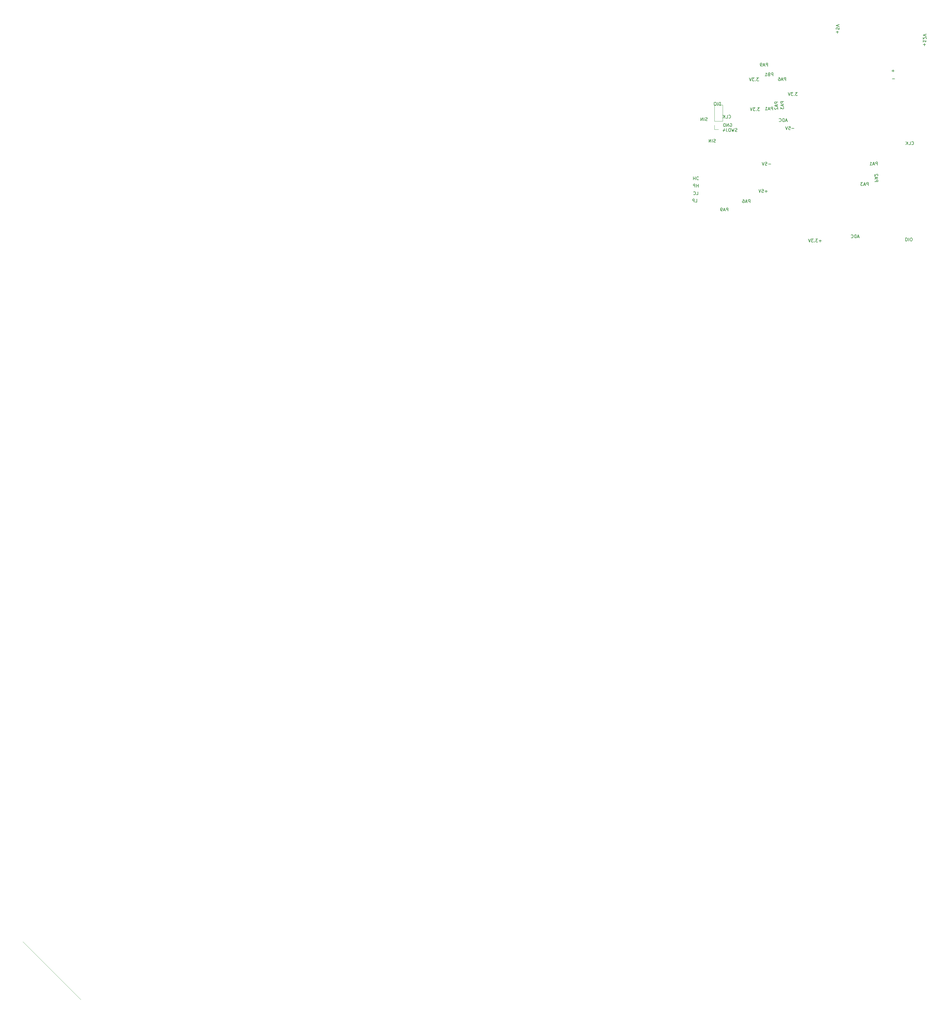
<source format=gbr>
%TF.GenerationSoftware,KiCad,Pcbnew,5.1.8-5.1.8*%
%TF.CreationDate,2022-02-25T22:11:04+08:00*%
%TF.ProjectId,lcr_2,6c63725f-322e-46b6-9963-61645f706362,rev?*%
%TF.SameCoordinates,Original*%
%TF.FileFunction,Legend,Bot*%
%TF.FilePolarity,Positive*%
%FSLAX46Y46*%
G04 Gerber Fmt 4.6, Leading zero omitted, Abs format (unit mm)*
G04 Created by KiCad (PCBNEW 5.1.8-5.1.8) date 2022-02-25 22:11:04*
%MOMM*%
%LPD*%
G01*
G04 APERTURE LIST*
%ADD10C,0.150000*%
%ADD11C,0.120000*%
G04 APERTURE END LIST*
D10*
X159392666Y-103578380D02*
X159392666Y-102578380D01*
X159011714Y-102578380D01*
X158916476Y-102626000D01*
X158868857Y-102673619D01*
X158821238Y-102768857D01*
X158821238Y-102911714D01*
X158868857Y-103006952D01*
X158916476Y-103054571D01*
X159011714Y-103102190D01*
X159392666Y-103102190D01*
X158440285Y-103292666D02*
X157964095Y-103292666D01*
X158535523Y-103578380D02*
X158202190Y-102578380D01*
X157868857Y-103578380D01*
X157630761Y-102578380D02*
X157011714Y-102578380D01*
X157345047Y-102959333D01*
X157202190Y-102959333D01*
X157106952Y-103006952D01*
X157059333Y-103054571D01*
X157011714Y-103149809D01*
X157011714Y-103387904D01*
X157059333Y-103483142D01*
X157106952Y-103530761D01*
X157202190Y-103578380D01*
X157487904Y-103578380D01*
X157583142Y-103530761D01*
X157630761Y-103483142D01*
X161461619Y-102312666D02*
X162461619Y-102312666D01*
X162461619Y-101931714D01*
X162414000Y-101836476D01*
X162366380Y-101788857D01*
X162271142Y-101741238D01*
X162128285Y-101741238D01*
X162033047Y-101788857D01*
X161985428Y-101836476D01*
X161937809Y-101931714D01*
X161937809Y-102312666D01*
X161747333Y-101360285D02*
X161747333Y-100884095D01*
X161461619Y-101455523D02*
X162461619Y-101122190D01*
X161461619Y-100788857D01*
X162366380Y-100503142D02*
X162414000Y-100455523D01*
X162461619Y-100360285D01*
X162461619Y-100122190D01*
X162414000Y-100026952D01*
X162366380Y-99979333D01*
X162271142Y-99931714D01*
X162175904Y-99931714D01*
X162033047Y-99979333D01*
X161461619Y-100550761D01*
X161461619Y-99931714D01*
X162306666Y-97060380D02*
X162306666Y-96060380D01*
X161925714Y-96060380D01*
X161830476Y-96108000D01*
X161782857Y-96155619D01*
X161735238Y-96250857D01*
X161735238Y-96393714D01*
X161782857Y-96488952D01*
X161830476Y-96536571D01*
X161925714Y-96584190D01*
X162306666Y-96584190D01*
X161354285Y-96774666D02*
X160878095Y-96774666D01*
X161449523Y-97060380D02*
X161116190Y-96060380D01*
X160782857Y-97060380D01*
X159925714Y-97060380D02*
X160497142Y-97060380D01*
X160211428Y-97060380D02*
X160211428Y-96060380D01*
X160306666Y-96203238D01*
X160401904Y-96298476D01*
X160497142Y-96346095D01*
X104408476Y-108853380D02*
X104884666Y-108853380D01*
X104884666Y-107853380D01*
X104075142Y-108853380D02*
X104075142Y-107853380D01*
X103694190Y-107853380D01*
X103598952Y-107901000D01*
X103551333Y-107948619D01*
X103503714Y-108043857D01*
X103503714Y-108186714D01*
X103551333Y-108281952D01*
X103598952Y-108329571D01*
X103694190Y-108377190D01*
X104075142Y-108377190D01*
X104762476Y-106502380D02*
X105238666Y-106502380D01*
X105238666Y-105502380D01*
X103857714Y-106407142D02*
X103905333Y-106454761D01*
X104048190Y-106502380D01*
X104143428Y-106502380D01*
X104286285Y-106454761D01*
X104381523Y-106359523D01*
X104429142Y-106264285D01*
X104476761Y-106073809D01*
X104476761Y-105930952D01*
X104429142Y-105740476D01*
X104381523Y-105645238D01*
X104286285Y-105550000D01*
X104143428Y-105502380D01*
X104048190Y-105502380D01*
X103905333Y-105550000D01*
X103857714Y-105597619D01*
X105389714Y-104095380D02*
X105389714Y-103095380D01*
X105389714Y-103571571D02*
X104818285Y-103571571D01*
X104818285Y-104095380D02*
X104818285Y-103095380D01*
X104342095Y-104095380D02*
X104342095Y-103095380D01*
X103961142Y-103095380D01*
X103865904Y-103143000D01*
X103818285Y-103190619D01*
X103770666Y-103285857D01*
X103770666Y-103428714D01*
X103818285Y-103523952D01*
X103865904Y-103571571D01*
X103961142Y-103619190D01*
X104342095Y-103619190D01*
X103809285Y-100746619D02*
X103809285Y-101746619D01*
X103809285Y-101270428D02*
X104380714Y-101270428D01*
X104380714Y-100746619D02*
X104380714Y-101746619D01*
X105428333Y-100841857D02*
X105380714Y-100794238D01*
X105237857Y-100746619D01*
X105142619Y-100746619D01*
X104999761Y-100794238D01*
X104904523Y-100889476D01*
X104856904Y-100984714D01*
X104809285Y-101175190D01*
X104809285Y-101318047D01*
X104856904Y-101508523D01*
X104904523Y-101603761D01*
X104999761Y-101699000D01*
X105142619Y-101746619D01*
X105237857Y-101746619D01*
X105380714Y-101699000D01*
X105428333Y-101651380D01*
X135838714Y-85399428D02*
X135076809Y-85399428D01*
X134124428Y-84780380D02*
X134600619Y-84780380D01*
X134648238Y-85256571D01*
X134600619Y-85208952D01*
X134505380Y-85161333D01*
X134267285Y-85161333D01*
X134172047Y-85208952D01*
X134124428Y-85256571D01*
X134076809Y-85351809D01*
X134076809Y-85589904D01*
X134124428Y-85685142D01*
X134172047Y-85732761D01*
X134267285Y-85780380D01*
X134505380Y-85780380D01*
X134600619Y-85732761D01*
X134648238Y-85685142D01*
X133791095Y-84780380D02*
X133457761Y-85780380D01*
X133124428Y-84780380D01*
X167035047Y-69662571D02*
X167796952Y-69662571D01*
X166896047Y-67054571D02*
X167657952Y-67054571D01*
X167277000Y-66673619D02*
X167277000Y-67435523D01*
X177246571Y-59097904D02*
X177246571Y-58336000D01*
X176865619Y-58716952D02*
X177627523Y-58716952D01*
X176865619Y-57336000D02*
X176865619Y-57907428D01*
X176865619Y-57621714D02*
X177865619Y-57621714D01*
X177722761Y-57716952D01*
X177627523Y-57812190D01*
X177579904Y-57907428D01*
X177770380Y-56955047D02*
X177818000Y-56907428D01*
X177865619Y-56812190D01*
X177865619Y-56574095D01*
X177818000Y-56478857D01*
X177770380Y-56431238D01*
X177675142Y-56383619D01*
X177579904Y-56383619D01*
X177437047Y-56431238D01*
X176865619Y-57002666D01*
X176865619Y-56383619D01*
X177865619Y-56097904D02*
X176865619Y-55764571D01*
X177865619Y-55431238D01*
X136910190Y-73935380D02*
X136291142Y-73935380D01*
X136624476Y-74316333D01*
X136481619Y-74316333D01*
X136386380Y-74363952D01*
X136338761Y-74411571D01*
X136291142Y-74506809D01*
X136291142Y-74744904D01*
X136338761Y-74840142D01*
X136386380Y-74887761D01*
X136481619Y-74935380D01*
X136767333Y-74935380D01*
X136862571Y-74887761D01*
X136910190Y-74840142D01*
X135862571Y-74840142D02*
X135814952Y-74887761D01*
X135862571Y-74935380D01*
X135910190Y-74887761D01*
X135862571Y-74840142D01*
X135862571Y-74935380D01*
X135481619Y-73935380D02*
X134862571Y-73935380D01*
X135195904Y-74316333D01*
X135053047Y-74316333D01*
X134957809Y-74363952D01*
X134910190Y-74411571D01*
X134862571Y-74506809D01*
X134862571Y-74744904D01*
X134910190Y-74840142D01*
X134957809Y-74887761D01*
X135053047Y-74935380D01*
X135338761Y-74935380D01*
X135434000Y-74887761D01*
X135481619Y-74840142D01*
X134576857Y-73935380D02*
X134243523Y-74935380D01*
X133910190Y-73935380D01*
X149564571Y-55114714D02*
X149564571Y-54352809D01*
X149183619Y-54733761D02*
X149945523Y-54733761D01*
X150183619Y-53400428D02*
X150183619Y-53876619D01*
X149707428Y-53924238D01*
X149755047Y-53876619D01*
X149802666Y-53781380D01*
X149802666Y-53543285D01*
X149755047Y-53448047D01*
X149707428Y-53400428D01*
X149612190Y-53352809D01*
X149374095Y-53352809D01*
X149278857Y-53400428D01*
X149231238Y-53448047D01*
X149183619Y-53543285D01*
X149183619Y-53781380D01*
X149231238Y-53876619D01*
X149278857Y-53924238D01*
X150183619Y-53067095D02*
X149183619Y-52733761D01*
X150183619Y-52400428D01*
X117668142Y-86364761D02*
X117525285Y-86412380D01*
X117287190Y-86412380D01*
X117191952Y-86364761D01*
X117144333Y-86317142D01*
X117096714Y-86221904D01*
X117096714Y-86126666D01*
X117144333Y-86031428D01*
X117191952Y-85983809D01*
X117287190Y-85936190D01*
X117477666Y-85888571D01*
X117572904Y-85840952D01*
X117620523Y-85793333D01*
X117668142Y-85698095D01*
X117668142Y-85602857D01*
X117620523Y-85507619D01*
X117572904Y-85460000D01*
X117477666Y-85412380D01*
X117239571Y-85412380D01*
X117096714Y-85460000D01*
X116763380Y-85412380D02*
X116525285Y-86412380D01*
X116334809Y-85698095D01*
X116144333Y-86412380D01*
X115906238Y-85412380D01*
X115525285Y-86412380D02*
X115525285Y-85412380D01*
X115287190Y-85412380D01*
X115144333Y-85460000D01*
X115049095Y-85555238D01*
X115001476Y-85650476D01*
X114953857Y-85840952D01*
X114953857Y-85983809D01*
X115001476Y-86174285D01*
X115049095Y-86269523D01*
X115144333Y-86364761D01*
X115287190Y-86412380D01*
X115525285Y-86412380D01*
X115446904Y-83867000D02*
X115542142Y-83819380D01*
X115685000Y-83819380D01*
X115827857Y-83867000D01*
X115923095Y-83962238D01*
X115970714Y-84057476D01*
X116018333Y-84247952D01*
X116018333Y-84390809D01*
X115970714Y-84581285D01*
X115923095Y-84676523D01*
X115827857Y-84771761D01*
X115685000Y-84819380D01*
X115589761Y-84819380D01*
X115446904Y-84771761D01*
X115399285Y-84724142D01*
X115399285Y-84390809D01*
X115589761Y-84390809D01*
X114970714Y-84819380D02*
X114970714Y-83819380D01*
X114399285Y-84819380D01*
X114399285Y-83819380D01*
X113923095Y-84819380D02*
X113923095Y-83819380D01*
X113685000Y-83819380D01*
X113542142Y-83867000D01*
X113446904Y-83962238D01*
X113399285Y-84057476D01*
X113351666Y-84247952D01*
X113351666Y-84390809D01*
X113399285Y-84581285D01*
X113446904Y-84676523D01*
X113542142Y-84771761D01*
X113685000Y-84819380D01*
X113923095Y-84819380D01*
X133193666Y-70188380D02*
X133193666Y-69188380D01*
X132812714Y-69188380D01*
X132717476Y-69236000D01*
X132669857Y-69283619D01*
X132622238Y-69378857D01*
X132622238Y-69521714D01*
X132669857Y-69616952D01*
X132717476Y-69664571D01*
X132812714Y-69712190D01*
X133193666Y-69712190D01*
X132241285Y-69902666D02*
X131765095Y-69902666D01*
X132336523Y-70188380D02*
X132003190Y-69188380D01*
X131669857Y-70188380D01*
X130907952Y-69188380D02*
X131098428Y-69188380D01*
X131193666Y-69236000D01*
X131241285Y-69283619D01*
X131336523Y-69426476D01*
X131384142Y-69616952D01*
X131384142Y-69997904D01*
X131336523Y-70093142D01*
X131288904Y-70140761D01*
X131193666Y-70188380D01*
X131003190Y-70188380D01*
X130907952Y-70140761D01*
X130860333Y-70093142D01*
X130812714Y-69997904D01*
X130812714Y-69759809D01*
X130860333Y-69664571D01*
X130907952Y-69616952D01*
X131003190Y-69569333D01*
X131193666Y-69569333D01*
X131288904Y-69616952D01*
X131336523Y-69664571D01*
X131384142Y-69759809D01*
X129112095Y-68717380D02*
X129112095Y-67717380D01*
X128731142Y-67717380D01*
X128635904Y-67765000D01*
X128588285Y-67812619D01*
X128540666Y-67907857D01*
X128540666Y-68050714D01*
X128588285Y-68145952D01*
X128635904Y-68193571D01*
X128731142Y-68241190D01*
X129112095Y-68241190D01*
X127778761Y-68193571D02*
X127635904Y-68241190D01*
X127588285Y-68288809D01*
X127540666Y-68384047D01*
X127540666Y-68526904D01*
X127588285Y-68622142D01*
X127635904Y-68669761D01*
X127731142Y-68717380D01*
X128112095Y-68717380D01*
X128112095Y-67717380D01*
X127778761Y-67717380D01*
X127683523Y-67765000D01*
X127635904Y-67812619D01*
X127588285Y-67907857D01*
X127588285Y-68003095D01*
X127635904Y-68098333D01*
X127683523Y-68145952D01*
X127778761Y-68193571D01*
X128112095Y-68193571D01*
X126588285Y-68717380D02*
X127159714Y-68717380D01*
X126874000Y-68717380D02*
X126874000Y-67717380D01*
X126969238Y-67860238D01*
X127064476Y-67955476D01*
X127159714Y-68003095D01*
X124590190Y-69292380D02*
X123971142Y-69292380D01*
X124304476Y-69673333D01*
X124161619Y-69673333D01*
X124066380Y-69720952D01*
X124018761Y-69768571D01*
X123971142Y-69863809D01*
X123971142Y-70101904D01*
X124018761Y-70197142D01*
X124066380Y-70244761D01*
X124161619Y-70292380D01*
X124447333Y-70292380D01*
X124542571Y-70244761D01*
X124590190Y-70197142D01*
X123542571Y-70197142D02*
X123494952Y-70244761D01*
X123542571Y-70292380D01*
X123590190Y-70244761D01*
X123542571Y-70197142D01*
X123542571Y-70292380D01*
X123161619Y-69292380D02*
X122542571Y-69292380D01*
X122875904Y-69673333D01*
X122733047Y-69673333D01*
X122637809Y-69720952D01*
X122590190Y-69768571D01*
X122542571Y-69863809D01*
X122542571Y-70101904D01*
X122590190Y-70197142D01*
X122637809Y-70244761D01*
X122733047Y-70292380D01*
X123018761Y-70292380D01*
X123114000Y-70244761D01*
X123161619Y-70197142D01*
X122256857Y-69292380D02*
X121923523Y-70292380D01*
X121590190Y-69292380D01*
X127445666Y-65612380D02*
X127445666Y-64612380D01*
X127064714Y-64612380D01*
X126969476Y-64660000D01*
X126921857Y-64707619D01*
X126874238Y-64802857D01*
X126874238Y-64945714D01*
X126921857Y-65040952D01*
X126969476Y-65088571D01*
X127064714Y-65136190D01*
X127445666Y-65136190D01*
X126493285Y-65326666D02*
X126017095Y-65326666D01*
X126588523Y-65612380D02*
X126255190Y-64612380D01*
X125921857Y-65612380D01*
X125540904Y-65612380D02*
X125350428Y-65612380D01*
X125255190Y-65564761D01*
X125207571Y-65517142D01*
X125112333Y-65374285D01*
X125064714Y-65183809D01*
X125064714Y-64802857D01*
X125112333Y-64707619D01*
X125159952Y-64660000D01*
X125255190Y-64612380D01*
X125445666Y-64612380D01*
X125540904Y-64660000D01*
X125588523Y-64707619D01*
X125636142Y-64802857D01*
X125636142Y-65040952D01*
X125588523Y-65136190D01*
X125540904Y-65183809D01*
X125445666Y-65231428D01*
X125255190Y-65231428D01*
X125159952Y-65183809D01*
X125112333Y-65136190D01*
X125064714Y-65040952D01*
X115033238Y-82046142D02*
X115080857Y-82093761D01*
X115223714Y-82141380D01*
X115318952Y-82141380D01*
X115461809Y-82093761D01*
X115557047Y-81998523D01*
X115604666Y-81903285D01*
X115652285Y-81712809D01*
X115652285Y-81569952D01*
X115604666Y-81379476D01*
X115557047Y-81284238D01*
X115461809Y-81189000D01*
X115318952Y-81141380D01*
X115223714Y-81141380D01*
X115080857Y-81189000D01*
X115033238Y-81236619D01*
X114128476Y-82141380D02*
X114604666Y-82141380D01*
X114604666Y-81141380D01*
X113795142Y-82141380D02*
X113795142Y-81141380D01*
X113223714Y-82141380D02*
X113652285Y-81569952D01*
X113223714Y-81141380D02*
X113795142Y-81712809D01*
X112465809Y-78066380D02*
X112465809Y-77066380D01*
X112227714Y-77066380D01*
X112084857Y-77114000D01*
X111989619Y-77209238D01*
X111942000Y-77304476D01*
X111894380Y-77494952D01*
X111894380Y-77637809D01*
X111942000Y-77828285D01*
X111989619Y-77923523D01*
X112084857Y-78018761D01*
X112227714Y-78066380D01*
X112465809Y-78066380D01*
X111465809Y-78066380D02*
X111465809Y-77066380D01*
X110799142Y-77066380D02*
X110608666Y-77066380D01*
X110513428Y-77114000D01*
X110418190Y-77209238D01*
X110370571Y-77399714D01*
X110370571Y-77733047D01*
X110418190Y-77923523D01*
X110513428Y-78018761D01*
X110608666Y-78066380D01*
X110799142Y-78066380D01*
X110894380Y-78018761D01*
X110989619Y-77923523D01*
X111037238Y-77733047D01*
X111037238Y-77399714D01*
X110989619Y-77209238D01*
X110894380Y-77114000D01*
X110799142Y-77066380D01*
X110811619Y-89766761D02*
X110668761Y-89814380D01*
X110430666Y-89814380D01*
X110335428Y-89766761D01*
X110287809Y-89719142D01*
X110240190Y-89623904D01*
X110240190Y-89528666D01*
X110287809Y-89433428D01*
X110335428Y-89385809D01*
X110430666Y-89338190D01*
X110621142Y-89290571D01*
X110716380Y-89242952D01*
X110764000Y-89195333D01*
X110811619Y-89100095D01*
X110811619Y-89004857D01*
X110764000Y-88909619D01*
X110716380Y-88862000D01*
X110621142Y-88814380D01*
X110383047Y-88814380D01*
X110240190Y-88862000D01*
X109811619Y-89814380D02*
X109811619Y-88814380D01*
X109335428Y-89814380D02*
X109335428Y-88814380D01*
X108764000Y-89814380D01*
X108764000Y-88814380D01*
X108205619Y-82914761D02*
X108062761Y-82962380D01*
X107824666Y-82962380D01*
X107729428Y-82914761D01*
X107681809Y-82867142D01*
X107634190Y-82771904D01*
X107634190Y-82676666D01*
X107681809Y-82581428D01*
X107729428Y-82533809D01*
X107824666Y-82486190D01*
X108015142Y-82438571D01*
X108110380Y-82390952D01*
X108158000Y-82343333D01*
X108205619Y-82248095D01*
X108205619Y-82152857D01*
X108158000Y-82057619D01*
X108110380Y-82010000D01*
X108015142Y-81962380D01*
X107777047Y-81962380D01*
X107634190Y-82010000D01*
X107205619Y-82962380D02*
X107205619Y-81962380D01*
X106729428Y-82962380D02*
X106729428Y-81962380D01*
X106158000Y-82962380D01*
X106158000Y-81962380D01*
X121792666Y-109023380D02*
X121792666Y-108023380D01*
X121411714Y-108023380D01*
X121316476Y-108071000D01*
X121268857Y-108118619D01*
X121221238Y-108213857D01*
X121221238Y-108356714D01*
X121268857Y-108451952D01*
X121316476Y-108499571D01*
X121411714Y-108547190D01*
X121792666Y-108547190D01*
X120840285Y-108737666D02*
X120364095Y-108737666D01*
X120935523Y-109023380D02*
X120602190Y-108023380D01*
X120268857Y-109023380D01*
X119506952Y-108023380D02*
X119697428Y-108023380D01*
X119792666Y-108071000D01*
X119840285Y-108118619D01*
X119935523Y-108261476D01*
X119983142Y-108451952D01*
X119983142Y-108832904D01*
X119935523Y-108928142D01*
X119887904Y-108975761D01*
X119792666Y-109023380D01*
X119602190Y-109023380D01*
X119506952Y-108975761D01*
X119459333Y-108928142D01*
X119411714Y-108832904D01*
X119411714Y-108594809D01*
X119459333Y-108499571D01*
X119506952Y-108451952D01*
X119602190Y-108404333D01*
X119792666Y-108404333D01*
X119887904Y-108451952D01*
X119935523Y-108499571D01*
X119983142Y-108594809D01*
X114830666Y-111667380D02*
X114830666Y-110667380D01*
X114449714Y-110667380D01*
X114354476Y-110715000D01*
X114306857Y-110762619D01*
X114259238Y-110857857D01*
X114259238Y-111000714D01*
X114306857Y-111095952D01*
X114354476Y-111143571D01*
X114449714Y-111191190D01*
X114830666Y-111191190D01*
X113878285Y-111381666D02*
X113402095Y-111381666D01*
X113973523Y-111667380D02*
X113640190Y-110667380D01*
X113306857Y-111667380D01*
X112925904Y-111667380D02*
X112735428Y-111667380D01*
X112640190Y-111619761D01*
X112592571Y-111572142D01*
X112497333Y-111429285D01*
X112449714Y-111238809D01*
X112449714Y-110857857D01*
X112497333Y-110762619D01*
X112544952Y-110715000D01*
X112640190Y-110667380D01*
X112830666Y-110667380D01*
X112925904Y-110715000D01*
X112973523Y-110762619D01*
X113021142Y-110857857D01*
X113021142Y-111095952D01*
X112973523Y-111191190D01*
X112925904Y-111238809D01*
X112830666Y-111286428D01*
X112640190Y-111286428D01*
X112544952Y-111238809D01*
X112497333Y-111191190D01*
X112449714Y-111095952D01*
X171300190Y-120207619D02*
X171300190Y-121207619D01*
X171538285Y-121207619D01*
X171681142Y-121160000D01*
X171776380Y-121064761D01*
X171824000Y-120969523D01*
X171871619Y-120779047D01*
X171871619Y-120636190D01*
X171824000Y-120445714D01*
X171776380Y-120350476D01*
X171681142Y-120255238D01*
X171538285Y-120207619D01*
X171300190Y-120207619D01*
X172300190Y-120207619D02*
X172300190Y-121207619D01*
X172966857Y-121207619D02*
X173157333Y-121207619D01*
X173252571Y-121160000D01*
X173347809Y-121064761D01*
X173395428Y-120874285D01*
X173395428Y-120540952D01*
X173347809Y-120350476D01*
X173252571Y-120255238D01*
X173157333Y-120207619D01*
X172966857Y-120207619D01*
X172871619Y-120255238D01*
X172776380Y-120350476D01*
X172728761Y-120540952D01*
X172728761Y-120874285D01*
X172776380Y-121064761D01*
X172871619Y-121160000D01*
X172966857Y-121207619D01*
X173198238Y-90484142D02*
X173245857Y-90531761D01*
X173388714Y-90579380D01*
X173483952Y-90579380D01*
X173626809Y-90531761D01*
X173722047Y-90436523D01*
X173769666Y-90341285D01*
X173817285Y-90150809D01*
X173817285Y-90007952D01*
X173769666Y-89817476D01*
X173722047Y-89722238D01*
X173626809Y-89627000D01*
X173483952Y-89579380D01*
X173388714Y-89579380D01*
X173245857Y-89627000D01*
X173198238Y-89674619D01*
X172293476Y-90579380D02*
X172769666Y-90579380D01*
X172769666Y-89579380D01*
X171960142Y-90579380D02*
X171960142Y-89579380D01*
X171388714Y-90579380D02*
X171817285Y-90007952D01*
X171388714Y-89579380D02*
X171960142Y-90150809D01*
X156453095Y-119914666D02*
X155976904Y-119914666D01*
X156548333Y-120200380D02*
X156215000Y-119200380D01*
X155881666Y-120200380D01*
X155548333Y-120200380D02*
X155548333Y-119200380D01*
X155310238Y-119200380D01*
X155167380Y-119248000D01*
X155072142Y-119343238D01*
X155024523Y-119438476D01*
X154976904Y-119628952D01*
X154976904Y-119771809D01*
X155024523Y-119962285D01*
X155072142Y-120057523D01*
X155167380Y-120152761D01*
X155310238Y-120200380D01*
X155548333Y-120200380D01*
X153976904Y-120105142D02*
X154024523Y-120152761D01*
X154167380Y-120200380D01*
X154262619Y-120200380D01*
X154405476Y-120152761D01*
X154500714Y-120057523D01*
X154548333Y-119962285D01*
X154595952Y-119771809D01*
X154595952Y-119628952D01*
X154548333Y-119438476D01*
X154500714Y-119343238D01*
X154405476Y-119248000D01*
X154262619Y-119200380D01*
X154167380Y-119200380D01*
X154024523Y-119248000D01*
X153976904Y-119295619D01*
X144510000Y-121144428D02*
X143748095Y-121144428D01*
X144129047Y-121525380D02*
X144129047Y-120763476D01*
X143367142Y-120525380D02*
X142748095Y-120525380D01*
X143081428Y-120906333D01*
X142938571Y-120906333D01*
X142843333Y-120953952D01*
X142795714Y-121001571D01*
X142748095Y-121096809D01*
X142748095Y-121334904D01*
X142795714Y-121430142D01*
X142843333Y-121477761D01*
X142938571Y-121525380D01*
X143224285Y-121525380D01*
X143319523Y-121477761D01*
X143367142Y-121430142D01*
X142319523Y-121430142D02*
X142271904Y-121477761D01*
X142319523Y-121525380D01*
X142367142Y-121477761D01*
X142319523Y-121430142D01*
X142319523Y-121525380D01*
X141938571Y-120525380D02*
X141319523Y-120525380D01*
X141652857Y-120906333D01*
X141510000Y-120906333D01*
X141414761Y-120953952D01*
X141367142Y-121001571D01*
X141319523Y-121096809D01*
X141319523Y-121334904D01*
X141367142Y-121430142D01*
X141414761Y-121477761D01*
X141510000Y-121525380D01*
X141795714Y-121525380D01*
X141890952Y-121477761D01*
X141938571Y-121430142D01*
X141033809Y-120525380D02*
X140700476Y-121525380D01*
X140367142Y-120525380D01*
X128394714Y-96766428D02*
X127632809Y-96766428D01*
X126680428Y-96147380D02*
X127156619Y-96147380D01*
X127204238Y-96623571D01*
X127156619Y-96575952D01*
X127061380Y-96528333D01*
X126823285Y-96528333D01*
X126728047Y-96575952D01*
X126680428Y-96623571D01*
X126632809Y-96718809D01*
X126632809Y-96956904D01*
X126680428Y-97052142D01*
X126728047Y-97099761D01*
X126823285Y-97147380D01*
X127061380Y-97147380D01*
X127156619Y-97099761D01*
X127204238Y-97052142D01*
X126347095Y-96147380D02*
X126013761Y-97147380D01*
X125680428Y-96147380D01*
X127294714Y-105391428D02*
X126532809Y-105391428D01*
X126913761Y-105772380D02*
X126913761Y-105010476D01*
X125580428Y-104772380D02*
X126056619Y-104772380D01*
X126104238Y-105248571D01*
X126056619Y-105200952D01*
X125961380Y-105153333D01*
X125723285Y-105153333D01*
X125628047Y-105200952D01*
X125580428Y-105248571D01*
X125532809Y-105343809D01*
X125532809Y-105581904D01*
X125580428Y-105677142D01*
X125628047Y-105724761D01*
X125723285Y-105772380D01*
X125961380Y-105772380D01*
X126056619Y-105724761D01*
X126104238Y-105677142D01*
X125247095Y-104772380D02*
X124913761Y-105772380D01*
X124580428Y-104772380D01*
X124873190Y-78776380D02*
X124254142Y-78776380D01*
X124587476Y-79157333D01*
X124444619Y-79157333D01*
X124349380Y-79204952D01*
X124301761Y-79252571D01*
X124254142Y-79347809D01*
X124254142Y-79585904D01*
X124301761Y-79681142D01*
X124349380Y-79728761D01*
X124444619Y-79776380D01*
X124730333Y-79776380D01*
X124825571Y-79728761D01*
X124873190Y-79681142D01*
X123825571Y-79681142D02*
X123777952Y-79728761D01*
X123825571Y-79776380D01*
X123873190Y-79728761D01*
X123825571Y-79681142D01*
X123825571Y-79776380D01*
X123444619Y-78776380D02*
X122825571Y-78776380D01*
X123158904Y-79157333D01*
X123016047Y-79157333D01*
X122920809Y-79204952D01*
X122873190Y-79252571D01*
X122825571Y-79347809D01*
X122825571Y-79585904D01*
X122873190Y-79681142D01*
X122920809Y-79728761D01*
X123016047Y-79776380D01*
X123301761Y-79776380D01*
X123397000Y-79728761D01*
X123444619Y-79681142D01*
X122539857Y-78776380D02*
X122206523Y-79776380D01*
X121873190Y-78776380D01*
X133564095Y-82955666D02*
X133087904Y-82955666D01*
X133659333Y-83241380D02*
X133326000Y-82241380D01*
X132992666Y-83241380D01*
X132659333Y-83241380D02*
X132659333Y-82241380D01*
X132421238Y-82241380D01*
X132278380Y-82289000D01*
X132183142Y-82384238D01*
X132135523Y-82479476D01*
X132087904Y-82669952D01*
X132087904Y-82812809D01*
X132135523Y-83003285D01*
X132183142Y-83098523D01*
X132278380Y-83193761D01*
X132421238Y-83241380D01*
X132659333Y-83241380D01*
X131087904Y-83146142D02*
X131135523Y-83193761D01*
X131278380Y-83241380D01*
X131373619Y-83241380D01*
X131516476Y-83193761D01*
X131611714Y-83098523D01*
X131659333Y-83003285D01*
X131706952Y-82812809D01*
X131706952Y-82669952D01*
X131659333Y-82479476D01*
X131611714Y-82384238D01*
X131516476Y-82289000D01*
X131373619Y-82241380D01*
X131278380Y-82241380D01*
X131135523Y-82289000D01*
X131087904Y-82336619D01*
X132535380Y-76824333D02*
X131535380Y-76824333D01*
X131535380Y-77205285D01*
X131583000Y-77300523D01*
X131630619Y-77348142D01*
X131725857Y-77395761D01*
X131868714Y-77395761D01*
X131963952Y-77348142D01*
X132011571Y-77300523D01*
X132059190Y-77205285D01*
X132059190Y-76824333D01*
X132249666Y-77776714D02*
X132249666Y-78252904D01*
X132535380Y-77681476D02*
X131535380Y-78014809D01*
X132535380Y-78348142D01*
X131535380Y-78586238D02*
X131535380Y-79205285D01*
X131916333Y-78871952D01*
X131916333Y-79014809D01*
X131963952Y-79110047D01*
X132011571Y-79157666D01*
X132106809Y-79205285D01*
X132344904Y-79205285D01*
X132440142Y-79157666D01*
X132487761Y-79110047D01*
X132535380Y-79014809D01*
X132535380Y-78729095D01*
X132487761Y-78633857D01*
X132440142Y-78586238D01*
X130653380Y-76989333D02*
X129653380Y-76989333D01*
X129653380Y-77370285D01*
X129701000Y-77465523D01*
X129748619Y-77513142D01*
X129843857Y-77560761D01*
X129986714Y-77560761D01*
X130081952Y-77513142D01*
X130129571Y-77465523D01*
X130177190Y-77370285D01*
X130177190Y-76989333D01*
X130367666Y-77941714D02*
X130367666Y-78417904D01*
X130653380Y-77846476D02*
X129653380Y-78179809D01*
X130653380Y-78513142D01*
X129748619Y-78798857D02*
X129701000Y-78846476D01*
X129653380Y-78941714D01*
X129653380Y-79179809D01*
X129701000Y-79275047D01*
X129748619Y-79322666D01*
X129843857Y-79370285D01*
X129939095Y-79370285D01*
X130081952Y-79322666D01*
X130653380Y-78751238D01*
X130653380Y-79370285D01*
X129040666Y-79577380D02*
X129040666Y-78577380D01*
X128659714Y-78577380D01*
X128564476Y-78625000D01*
X128516857Y-78672619D01*
X128469238Y-78767857D01*
X128469238Y-78910714D01*
X128516857Y-79005952D01*
X128564476Y-79053571D01*
X128659714Y-79101190D01*
X129040666Y-79101190D01*
X128088285Y-79291666D02*
X127612095Y-79291666D01*
X128183523Y-79577380D02*
X127850190Y-78577380D01*
X127516857Y-79577380D01*
X126659714Y-79577380D02*
X127231142Y-79577380D01*
X126945428Y-79577380D02*
X126945428Y-78577380D01*
X127040666Y-78720238D01*
X127135904Y-78815476D01*
X127231142Y-78863095D01*
D11*
X-109431244Y-343918679D02*
X-91046467Y-362303455D01*
%TO.C,J4*%
X110456000Y-77948000D02*
X113116000Y-77948000D01*
X110456000Y-83088000D02*
X110456000Y-77948000D01*
X113116000Y-83088000D02*
X113116000Y-77948000D01*
X110456000Y-83088000D02*
X113116000Y-83088000D01*
X110456000Y-84358000D02*
X110456000Y-85688000D01*
X110456000Y-85688000D02*
X111786000Y-85688000D01*
D10*
X114252333Y-85387380D02*
X114252333Y-86101666D01*
X114299952Y-86244523D01*
X114395190Y-86339761D01*
X114538047Y-86387380D01*
X114633285Y-86387380D01*
X113347571Y-85720714D02*
X113347571Y-86387380D01*
X113585666Y-85339761D02*
X113823761Y-86054047D01*
X113204714Y-86054047D01*
%TD*%
M02*

</source>
